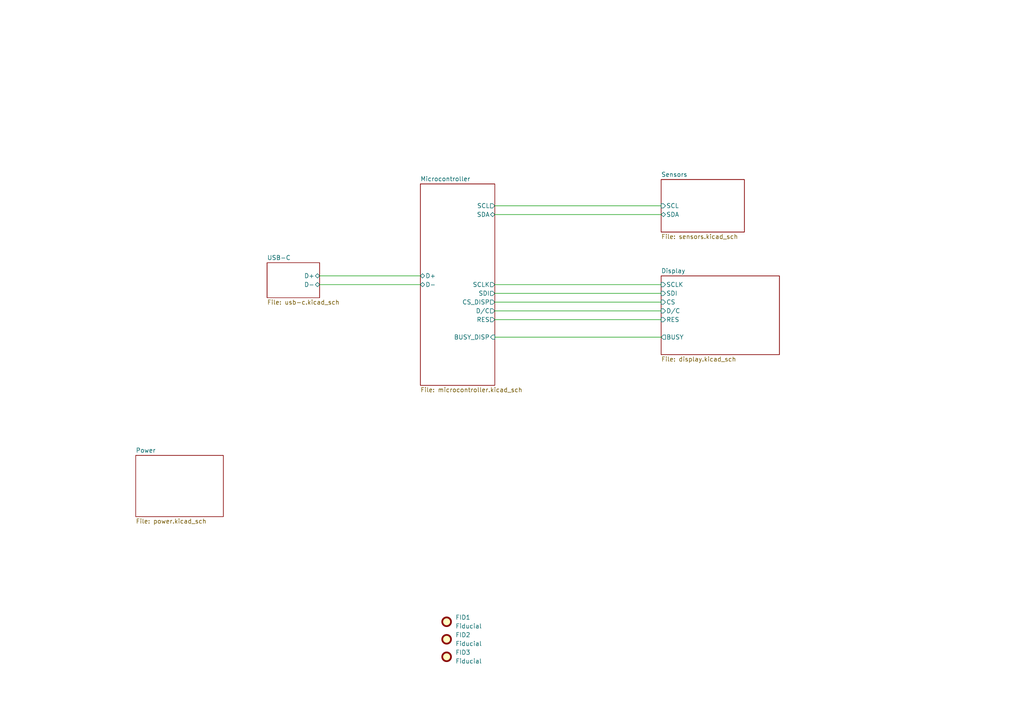
<source format=kicad_sch>
(kicad_sch (version 20250114) (generator "eeschema") (generator_version "9.0")
  (paper "A4")
  (title_block (rev "v0.1"))
  (lib_symbols
    (symbol "2s_mechanical:Fiducial 0.5 / 1.5" (in_bom no)
      (property "Reference" "FID" (at 0 5.08 0))
      (property "Value" "Fiducial" (at 0 3.175 0))
      (symbol "Fiducial 0.5 / 1.5_0_1"
        (circle (center 0 0) (radius 1.27) (stroke (width 0.508)) (fill (type background)))
      )
    )
  )
  (wire (pts (xy 143.51 92.71) (xy 191.77 92.71)))
  (wire (pts (xy 143.51 90.17) (xy 191.77 90.17)))
  (wire (pts (xy 143.51 59.69) (xy 191.77 59.69)))
  (wire (pts (xy 143.51 97.79) (xy 191.77 97.79)))
  (wire (pts (xy 143.51 85.09) (xy 191.77 85.09)))
  (wire (pts (xy 143.51 87.63) (xy 191.77 87.63)))
  (wire (pts (xy 92.71 82.55) (xy 121.92 82.55)))
  (wire (pts (xy 92.71 80.01) (xy 121.92 80.01)))
  (wire (pts (xy 143.51 62.23) (xy 191.77 62.23)))
  (wire (pts (xy 143.51 82.55) (xy 191.77 82.55)))
  (symbol (lib_id "2s_mechanical:Fiducial 0.5 / 1.5") (at 129.54 180.34 0) (unit 1) (in_bom no)
    (property "Reference" "FID1" (at 132.08 179.0699 0) (effects (justify left)))
    (property "Value" "Fiducial" (at 132.08 181.6099 0) (effects (justify left)))
    (property "Footprint" "Fiducial:Fiducial_0.5mm_Mask1.5mm" (effects (hide yes)))
    (property "Description" "Fiducial Marker" (effects (hide yes)))
  )
  (symbol (lib_id "2s_mechanical:Fiducial 0.5 / 1.5") (at 129.54 185.42 0) (unit 1) (in_bom no)
    (property "Reference" "FID2" (at 132.08 184.1499 0) (effects (justify left)))
    (property "Value" "Fiducial" (at 132.08 186.6899 0) (effects (justify left)))
    (property "Footprint" "Fiducial:Fiducial_0.5mm_Mask1.5mm" (effects (hide yes)))
    (property "Description" "Fiducial Marker" (effects (hide yes)))
  )
  (symbol (lib_id "2s_mechanical:Fiducial 0.5 / 1.5") (at 129.54 190.5 0) (unit 1) (in_bom no)
    (property "Reference" "FID3" (at 132.08 189.2299 0) (effects (justify left)))
    (property "Value" "Fiducial" (at 132.08 191.7699 0) (effects (justify left)))
    (property "Footprint" "Fiducial:Fiducial_0.5mm_Mask1.5mm" (effects (hide yes)))
    (property "Description" "Fiducial Marker" (effects (hide yes)))
  )
  (sheet (at 77.47 76.2) (size 15.24 10.16) (stroke (width 0.1524))
    (property "Sheetname" "USB-C" (at 77.47 75.4884 0) (effects (justify left bottom)))
    (property "Sheetfile" "usb-c.kicad_sch" (at 77.47 86.9446 0) (effects (justify left top)))
    (pin "D+" bidirectional (at 92.71 80.01 0))
    (pin "D-" bidirectional (at 92.71 82.55 0))
  )
  (sheet (at 39.37 132.08) (size 25.4 17.78) (stroke (width 0.1524))
    (property "Sheetname" "Power" (at 39.37 131.3684 0) (effects (justify left bottom)))
    (property "Sheetfile" "power.kicad_sch" (at 39.37 150.4446 0) (effects (justify left top)))
  )
  (sheet (at 191.77 52.07) (size 24.13 15.24) (stroke (width 0.1524))
    (property "Sheetname" "Sensors" (at 191.77 51.3584 0) (effects (justify left bottom)))
    (property "Sheetfile" "sensors.kicad_sch" (at 191.77 67.8946 0) (effects (justify left top)))
    (pin "SDA" bidirectional (at 191.77 62.23 180))
    (pin "SCL" input (at 191.77 59.69 180))
  )
  (sheet (at 191.77 80.01) (size 34.29 22.86) (stroke (width 0.1524))
    (property "Sheetname" "Display" (at 191.77 79.2984 0) (effects (justify left bottom)))
    (property "Sheetfile" "display.kicad_sch" (at 191.77 103.4546 0) (effects (justify left top)))
    (pin "BUSY" output (at 191.77 97.79 180))
    (pin "CS" input (at 191.77 87.63 180))
    (pin "D{slash}C" input (at 191.77 90.17 180))
    (pin "RES" input (at 191.77 92.71 180))
    (pin "SCLK" input (at 191.77 82.55 180))
    (pin "SDI" input (at 191.77 85.09 180))
  )
  (sheet (at 121.92 53.34) (size 21.59 58.42) (stroke (width 0.1524))
    (property "Sheetname" "Microcontroller" (at 121.92 52.6284 0) (effects (justify left bottom)))
    (property "Sheetfile" "microcontroller.kicad_sch" (at 121.92 112.3446 0) (effects (justify left top)))
    (pin "D+" bidirectional (at 121.92 80.01 180))
    (pin "D-" bidirectional (at 121.92 82.55 180))
    (pin "SCL" output (at 143.51 59.69 0))
    (pin "SDA" bidirectional (at 143.51 62.23 0))
    (pin "BUSY_DISP" input (at 143.51 97.79 0))
    (pin "CS_DISP" output (at 143.51 87.63 0))
    (pin "D{slash}C" output (at 143.51 90.17 0))
    (pin "RES" output (at 143.51 92.71 0))
    (pin "SCLK" output (at 143.51 82.55 0))
    (pin "SDI" output (at 143.51 85.09 0))
  )
)
</source>
